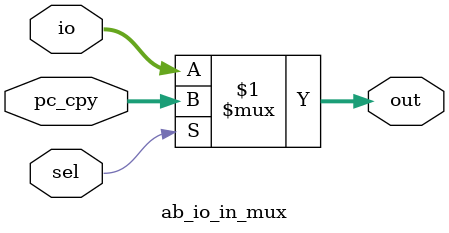
<source format=v>
/* selects from the io_in line of pc_cpy reg to go into AB_IN bus */

module ab_io_in_mux(
	input sel,
	input [15:0] io,
	input [15:0] pc_cpy,
	output [15:0] out
);

assign out = sel ? pc_cpy : io;

endmodule

</source>
